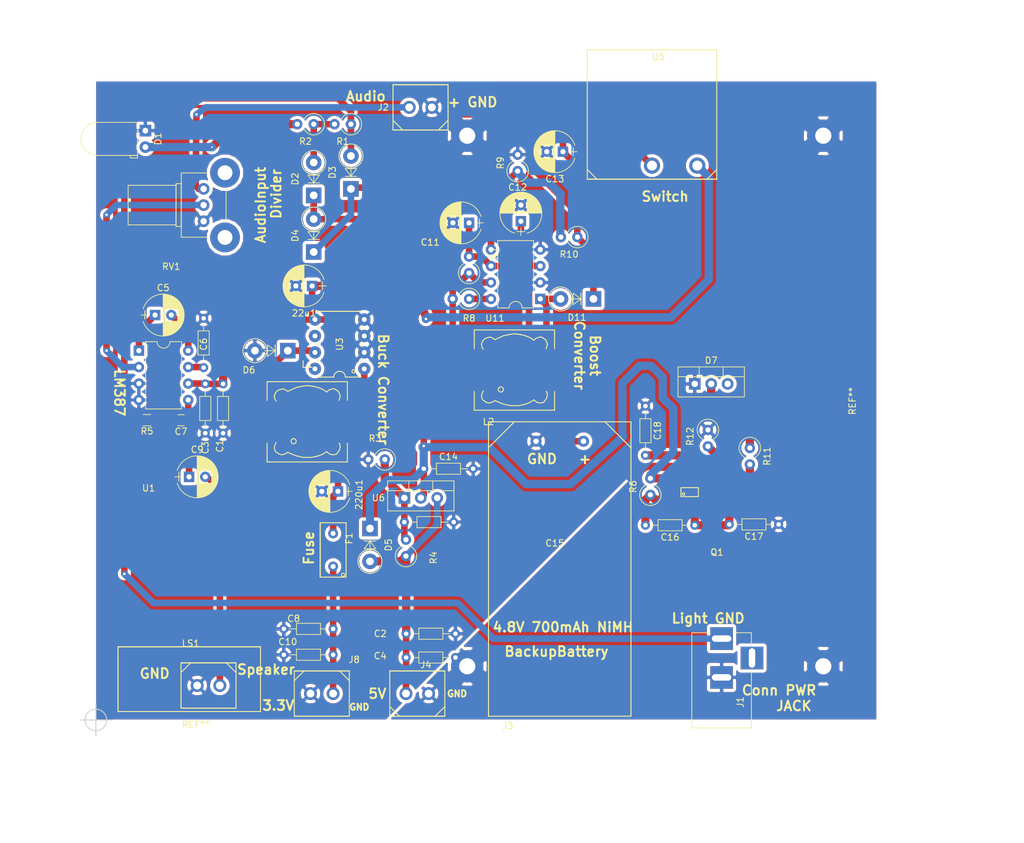
<source format=kicad_pcb>
(kicad_pcb (version 4) (host pcbnew 4.0.6)
  (layers (0 F.Cu signal) (31 B.Cu signal) (34 B.Paste user) (35 F.Paste user) (36 B.SilkS user) (37 F.SilkS user) (38 B.Mask user) (39 F.Mask user) (44 Edge.Cuts user))
  (net 0 "")
  (net 1 GND)
  (net 2 "Net-(220u1-Pad1)")
  (net 3 "Net-(C2-Pad1)")
  (net 4 "Net-(D1-Pad2)")
  (net 5 "Net-(D2-Pad2)")
  (net 6 "Net-(D6-Pad1)")
  (net 7 "Net-(U3-Pad6)")
  (net 8 "Net-(U3-Pad8)")
  (net 9 "Net-(C10-Pad1)")
  (net 10 "Net-(D3-Pad2)")
  (net 11 "Net-(C5-Pad1)")
  (net 12 "Net-(C5-Pad2)")
  (net 13 "Net-(C6-Pad2)")
  (net 14 "Net-(C7-Pad1)")
  (net 15 "Net-(C7-Pad2)")
  (net 16 "Net-(C9-Pad2)")
  (net 17 "Net-(J2-Pad1)")
  (net 18 "Net-(RV1-Pad2)")
  (net 19 "Net-(C11-Pad1)")
  (net 20 "Net-(C12-Pad1)")
  (net 21 "Net-(C13-Pad1)")
  (net 22 "Net-(D11-Pad2)")
  (net 23 "Net-(L2-Pad1)")
  (net 24 "Net-(R8-Pad1)")
  (net 25 "Net-(R10-Pad2)")
  (net 26 "Net-(D7-Pad2)")
  (net 27 "Net-(C15-Pad1)")
  (net 28 "Net-(D3-Pad1)")
  (net 29 +12V)
  (net 30 "Net-(C16-Pad1)")
  (net 31 "Net-(C16-Pad2)")
  (net 32 "Net-(C18-Pad2)")
  (net 33 "Net-(Q1-Pad1)")
  (module SpeakerTemp (layer F.Cu) (at 28.7782 122.7709)
    (fp_text reference REF** (at 12 2) (layer F.SilkS))
    (fp_text value "SpeakerTemp	\rCDM-20008" hide)
  )
  (module Capacitors_THT:CP_Radial_D6.3mm_P2.50mm (layer F.Cu) (at 62.75 88.75 180)
    (fp_text reference 220u1 (at -3.25 -0.5 270) (layer F.SilkS))
    (fp_text value CP)
    (pad 1 thru_hole rect (at 0 0 180) (size 1.6 1.6) (drill 0.8) (layers *.Cu *.Mask) (net 2 "Net-(220u1-Pad1)"))
    (pad 2 thru_hole circle (at 2.5 0 180) (size 1.6 1.6) (drill 0.8) (layers *.Cu *.Mask) (net 1 GND))
  )
  (module Power_Integrations:PDIP-8 (layer F.Cu) (at 63 66 90)
    (fp_text reference U3 (at 0 0 90) (layer F.SilkS))
    (fp_text value LM2574)
    (pad 1 thru_hole circle (at -3.81 3.81 90) (size 1.905 1.905) (drill 0.762) (layers *.Cu *.Mask) (net 2 "Net-(220u1-Pad1)"))
    (pad 2 thru_hole circle (at -1.27 3.81 90) (size 1.905 1.905) (drill 0.762) (layers *.Cu *.Mask) (net 1 GND))
    (pad 3 thru_hole circle (at 1.27 3.81 90) (size 1.905 1.905) (drill 0.762) (layers *.Cu *.Mask) (net 1 GND))
    (pad 4 thru_hole circle (at 3.81 3.81 90) (size 1.905 1.905) (drill 0.762) (layers *.Cu *.Mask) (net 1 GND))
    (pad 5 thru_hole circle (at 3.81 -3.81 90) (size 1.905 1.905) (drill 0.762) (layers *.Cu *.Mask) (net 29 +12V))
    (pad 6 thru_hole circle (at 1.27 -3.81 90) (size 1.905 1.905) (drill 0.762) (layers *.Cu *.Mask) (net 7 "Net-(U3-Pad6)"))
    (pad 7 thru_hole circle (at -1.27 -3.81 90) (size 1.905 1.905) (drill 0.762) (layers *.Cu *.Mask) (net 6 "Net-(D6-Pad1)"))
    (pad 8 thru_hole circle (at -3.81 -3.81 90) (size 1.905 1.905) (drill 0.762) (layers *.Cu *.Mask) (net 8 "Net-(U3-Pad8)"))
  )
  (module LEDs:LED_D5.0mm_Horizontal_O1.27mm_Z3.0mm (layer F.Cu) (at 33 33 270)
    (fp_text reference D1 (at 1.27 -1.96 270) (layer F.SilkS))
    (fp_text value LED)
    (pad 1 thru_hole rect (at 0 0 270) (size 1.8 1.8) (drill 0.9) (layers *.Cu *.Mask) (net 1 GND))
    (pad 2 thru_hole circle (at 2.54 0 270) (size 1.8 1.8) (drill 0.9) (layers *.Cu *.Mask) (net 4 "Net-(D1-Pad2)"))
  )
  (module Resistors_THT:R_Axial_DIN0204_L3.6mm_D1.6mm_P7.62mm_Horizontal (layer F.Cu) (at 45 79.75 90)
    (fp_text reference C1 (at -2 -0.5 90) (layer F.SilkS))
    (fp_text value 1u)
    (pad 1 thru_hole circle (at 0 0 90) (size 1.4 1.4) (drill 0.7) (layers *.Cu *.Mask) (net 1 GND))
    (pad 2 thru_hole oval (at 7.62 0 90) (size 1.4 1.4) (drill 0.7) (layers *.Cu *.Mask) (net 29 +12V))
  )
  (module Resistors_THT:R_Axial_DIN0204_L3.6mm_D1.6mm_P7.62mm_Horizontal (layer F.Cu) (at 73.279 110.744)
    (fp_text reference C2 (at -4 0) (layer F.SilkS))
    (fp_text value 1u)
    (pad 1 thru_hole circle (at 0 0) (size 1.4 1.4) (drill 0.7) (layers *.Cu *.Mask) (net 3 "Net-(C2-Pad1)"))
    (pad 2 thru_hole oval (at 7.62 0) (size 1.4 1.4) (drill 0.7) (layers *.Cu *.Mask) (net 1 GND))
  )
  (module Resistors_THT:R_Axial_DIN0204_L3.6mm_D1.6mm_P7.62mm_Horizontal (layer F.Cu) (at 42.25 79.75 90)
    (fp_text reference C3 (at -2.25 0 270) (layer F.SilkS))
    (fp_text value 0.1u)
    (pad 1 thru_hole circle (at 0 0 90) (size 1.4 1.4) (drill 0.7) (layers *.Cu *.Mask) (net 1 GND))
    (pad 2 thru_hole oval (at 7.62 0 90) (size 1.4 1.4) (drill 0.7) (layers *.Cu *.Mask) (net 29 +12V))
  )
  (module Resistors_THT:R_Axial_DIN0204_L3.6mm_D1.6mm_P7.62mm_Horizontal (layer F.Cu) (at 73.279 114.427)
    (fp_text reference C4 (at -4 -0.25) (layer F.SilkS))
    (fp_text value 0.1u)
    (pad 1 thru_hole circle (at 0 0) (size 1.4 1.4) (drill 0.7) (layers *.Cu *.Mask) (net 3 "Net-(C2-Pad1)"))
    (pad 2 thru_hole oval (at 7.62 0) (size 1.4 1.4) (drill 0.7) (layers *.Cu *.Mask) (net 1 GND))
  )
  (module Resistors_THT:R_Axial_DIN0204_L3.6mm_D1.6mm_P7.62mm_Horizontal (layer F.Cu) (at 62 110 180)
    (fp_text reference C8 (at 6.09 1.59592 180) (layer F.SilkS))
    (fp_text value 1u)
    (pad 1 thru_hole circle (at 0 0 180) (size 1.4 1.4) (drill 0.7) (layers *.Cu *.Mask) (net 9 "Net-(C10-Pad1)"))
    (pad 2 thru_hole oval (at 7.62 0 180) (size 1.4 1.4) (drill 0.7) (layers *.Cu *.Mask) (net 1 GND))
  )
  (module Resistors_THT:R_Axial_DIN0204_L3.6mm_D1.6mm_P7.62mm_Horizontal (layer F.Cu) (at 62 114 180)
    (fp_text reference C10 (at 7 2 180) (layer F.SilkS))
    (fp_text value 0.1u)
    (pad 1 thru_hole circle (at 0 0 180) (size 1.4 1.4) (drill 0.7) (layers *.Cu *.Mask) (net 9 "Net-(C10-Pad1)"))
    (pad 2 thru_hole oval (at 7.62 0 180) (size 1.4 1.4) (drill 0.7) (layers *.Cu *.Mask) (net 1 GND))
  )
  (module Resistors_THT:R_Axial_DIN0309_L9.0mm_D3.2mm_P2.54mm_Vertical (layer F.Cu) (at 64.75 32 180)
    (fp_text reference R1 (at 1.27 -2.66 180) (layer F.SilkS))
    (fp_text value 220)
    (pad 1 thru_hole circle (at 0 0 180) (size 1.6 1.6) (drill 0.8) (layers *.Cu *.Mask) (net 10 "Net-(D3-Pad2)"))
    (pad 2 thru_hole oval (at 2.54 0 180) (size 1.6 1.6) (drill 0.8) (layers *.Cu *.Mask) (net 5 "Net-(D2-Pad2)"))
  )
  (module Resistors_THT:R_Axial_DIN0309_L9.0mm_D3.2mm_P2.54mm_Vertical (layer F.Cu) (at 59 32 180)
    (fp_text reference R2 (at 1.27 -2.66 180) (layer F.SilkS))
    (fp_text value 1k)
    (pad 1 thru_hole circle (at 0 0 180) (size 1.6 1.6) (drill 0.8) (layers *.Cu *.Mask) (net 5 "Net-(D2-Pad2)"))
    (pad 2 thru_hole oval (at 2.54 0 180) (size 1.6 1.6) (drill 0.8) (layers *.Cu *.Mask) (net 4 "Net-(D1-Pad2)"))
  )
  (module Capacitors_THT:CP_Radial_D6.3mm_P2.50mm (layer F.Cu) (at 34.5 61.5)
    (fp_text reference C5 (at 1.25 -4.21) (layer F.SilkS))
    (fp_text value 10u)
    (pad 1 thru_hole rect (at 0 0) (size 1.6 1.6) (drill 0.8) (layers *.Cu *.Mask) (net 11 "Net-(C5-Pad1)"))
    (pad 2 thru_hole circle (at 2.5 0) (size 1.6 1.6) (drill 0.8) (layers *.Cu *.Mask) (net 12 "Net-(C5-Pad2)"))
  )
  (module Resistors_THT:R_Axial_DIN0204_L3.6mm_D1.6mm_P7.62mm_Horizontal (layer F.Cu) (at 42 62 270)
    (fp_text reference C6 (at 4 0 270) (layer F.SilkS))
    (fp_text value 0.1u)
    (pad 1 thru_hole circle (at 0 0 270) (size 1.4 1.4) (drill 0.7) (layers *.Cu *.Mask) (net 1 GND))
    (pad 2 thru_hole oval (at 7.62 0 270) (size 1.4 1.4) (drill 0.7) (layers *.Cu *.Mask) (net 13 "Net-(C6-Pad2)"))
  )
  (module Capacitors_SMD:C_0805_HandSoldering (layer F.Cu) (at 38.5 77.75 180)
    (fp_text reference C7 (at 0 -1.75 180) (layer F.SilkS))
    (fp_text value 0.05u)
    (pad 1 smd rect (at -1.25 0 180) (size 1.5 1.25) (layers F.Cu F.Paste F.Mask) (net 14 "Net-(C7-Pad1)"))
    (pad 2 smd rect (at 1.25 0 180) (size 1.5 1.25) (layers F.Cu F.Paste F.Mask) (net 15 "Net-(C7-Pad2)"))
  )
  (module Capacitors_THT:CP_Radial_D6.3mm_P2.50mm (layer F.Cu) (at 39.75 86.5)
    (fp_text reference C9 (at 1.25 -4.21) (layer F.SilkS))
    (fp_text value 250u)
    (pad 1 thru_hole rect (at 0 0) (size 1.6 1.6) (drill 0.8) (layers *.Cu *.Mask) (net 14 "Net-(C7-Pad1)"))
    (pad 2 thru_hole circle (at 2.5 0) (size 1.6 1.6) (drill 0.8) (layers *.Cu *.Mask) (net 16 "Net-(C9-Pad2)"))
  )
  (module TO_SOT_Packages_THT:TO-220_Vertical (layer F.Cu) (at 117.856 72.136)
    (fp_text reference D7 (at 2.54 -3.62) (layer F.SilkS))
    (fp_text value LED)
    (pad 1 thru_hole rect (at 0 0) (size 1.8 1.8) (drill 1) (layers *.Cu *.Mask) (net 1 GND))
    (pad 2 thru_hole oval (at 2.54 0) (size 1.8 1.8) (drill 1) (layers *.Cu *.Mask) (net 26 "Net-(D7-Pad2)"))
    (pad 3 thru_hole oval (at 5.08 0) (size 1.8 1.8) (drill 1) (layers *.Cu *.Mask))
  )
  (module Potentiometers:Potentiometer_Alps_RK09K_Vertical (layer F.Cu) (at 42 42 180)
    (fp_text reference RV1 (at 5 -12 180) (layer F.SilkS))
    (fp_text value 10k)
    (pad 3 thru_hole circle (at 0 -5 180) (size 1.8 1.8) (drill 1) (layers *.Cu *.Mask) (net 1 GND))
    (pad 2 thru_hole circle (at 0 -2.5 180) (size 1.8 1.8) (drill 1) (layers *.Cu *.Mask) (net 18 "Net-(RV1-Pad2)"))
    (pad 1 thru_hole circle (at 0 0 180) (size 1.8 1.8) (drill 1) (layers *.Cu *.Mask) (net 17 "Net-(J2-Pad1)"))
    (pad 0 thru_hole circle (at -3.3 -7.5 180) (size 4.6 4.6) (drill 2.3) (layers *.Cu *.Mask))
    (pad 0 thru_hole circle (at -3.3 2.5 180) (size 4.6 4.6) (drill 2.3) (layers *.Cu *.Mask))
  )
  (module Housings_DIP:DIP-8_W7.62mm (layer F.Cu) (at 32 67)
    (fp_text reference U1 (at 1.5 21.25) (layer F.SilkS))
    (fp_text value LM386)
    (pad 1 thru_hole rect (at 0 0) (size 1.6 1.6) (drill 0.8) (layers *.Cu *.Mask) (net 11 "Net-(C5-Pad1)"))
    (pad 5 thru_hole oval (at 7.62 7.62) (size 1.6 1.6) (drill 0.8) (layers *.Cu *.Mask) (net 14 "Net-(C7-Pad1)"))
    (pad 2 thru_hole oval (at 0 2.54) (size 1.6 1.6) (drill 0.8) (layers *.Cu *.Mask) (net 18 "Net-(RV1-Pad2)"))
    (pad 6 thru_hole oval (at 7.62 5.08) (size 1.6 1.6) (drill 0.8) (layers *.Cu *.Mask) (net 29 +12V))
    (pad 3 thru_hole oval (at 0 5.08) (size 1.6 1.6) (drill 0.8) (layers *.Cu *.Mask) (net 1 GND))
    (pad 7 thru_hole oval (at 7.62 2.54) (size 1.6 1.6) (drill 0.8) (layers *.Cu *.Mask) (net 13 "Net-(C6-Pad2)"))
    (pad 4 thru_hole oval (at 0 7.62) (size 1.6 1.6) (drill 0.8) (layers *.Cu *.Mask) (net 1 GND))
    (pad 8 thru_hole oval (at 7.62 0) (size 1.6 1.6) (drill 0.8) (layers *.Cu *.Mask) (net 12 "Net-(C5-Pad2)"))
  )
  (module Capacitors_THT:CP_Radial_D6.3mm_P2.50mm (layer F.Cu) (at 58.75 57 180)
    (fp_text reference 22u1 (at 1.25 -4.21 180) (layer F.SilkS))
    (fp_text value CP)
    (pad 1 thru_hole rect (at 0 0 180) (size 1.6 1.6) (drill 0.8) (layers *.Cu *.Mask) (net 29 +12V))
    (pad 2 thru_hole circle (at 2.5 0 180) (size 1.6 1.6) (drill 0.8) (layers *.Cu *.Mask) (net 1 GND))
  )
  (module Connectors:BARREL_JACK (layer F.Cu) (at 122 111.5 90)
    (fp_text reference J1 (at -9.82 2.89 270) (layer F.SilkS))
    (fp_text value 12VWallWartVin)
    (pad 1 thru_hole rect (at 0 0 90) (size 3.5 3.5) (drill oval 1 3) (layers *.Cu *.Mask) (net 10 "Net-(D3-Pad2)"))
    (pad 2 thru_hole rect (at -6 0 90) (size 3.5 3.5) (drill oval 1 3) (layers *.Cu *.Mask) (net 1 GND))
    (pad 3 thru_hole rect (at -3 4.7 90) (size 3.5 3.5) (drill oval 3 1) (layers *.Cu *.Mask))
  )
  (module Capacitors_THT:CP_Radial_D6.3mm_P2.50mm (layer F.Cu) (at 83 47.25 180)
    (fp_text reference C11 (at 6 -3 180) (layer F.SilkS))
    (fp_text value 100uF)
    (pad 1 thru_hole rect (at 0 0 180) (size 1.6 1.6) (drill 0.8) (layers *.Cu *.Mask) (net 19 "Net-(C11-Pad1)"))
    (pad 2 thru_hole circle (at 2.5 0 180) (size 1.6 1.6) (drill 0.8) (layers *.Cu *.Mask) (net 1 GND))
  )
  (module Capacitors_THT:CP_Radial_D6.3mm_P2.50mm (layer F.Cu) (at 91 47 90)
    (fp_text reference C12 (at 5.25 -0.5 180) (layer F.SilkS))
    (fp_text value 1500pF)
    (pad 1 thru_hole rect (at 0 0 90) (size 1.6 1.6) (drill 0.8) (layers *.Cu *.Mask) (net 20 "Net-(C12-Pad1)"))
    (pad 2 thru_hole circle (at 2.5 0 90) (size 1.6 1.6) (drill 0.8) (layers *.Cu *.Mask) (net 1 GND))
  )
  (module Capacitors_THT:CP_Radial_D6.3mm_P2.50mm (layer F.Cu) (at 97.5 36.25 180)
    (fp_text reference C13 (at 1.25 -4.21 180) (layer F.SilkS))
    (fp_text value 330uF)
    (pad 1 thru_hole rect (at 0 0 180) (size 1.6 1.6) (drill 0.8) (layers *.Cu *.Mask) (net 21 "Net-(C13-Pad1)"))
    (pad 2 thru_hole circle (at 2.5 0 180) (size 1.6 1.6) (drill 0.8) (layers *.Cu *.Mask) (net 1 GND))
  )
  (module Diodes_THT:D_DO-15_P5.08mm_Vertical_KathodeUp (layer F.Cu) (at 102.2096 59.0042 180)
    (fp_text reference D11 (at 2.54 -2.86 180) (layer F.SilkS))
    (fp_text value 1N5819)
    (pad 1 thru_hole rect (at 0 0 180) (size 2.4 2.4) (drill 1.2) (layers *.Cu *.Mask) (net 21 "Net-(C13-Pad1)"))
    (pad 2 thru_hole oval (at 5.08 0 180) (size 2.4 2.4) (drill 1.2) (layers *.Cu *.Mask) (net 22 "Net-(D11-Pad2)"))
  )
  (module Choke_SMD:Choke_SMD_12x12mm_h4.5mm (layer F.Cu) (at 90 70)
    (fp_text reference L2 (at -4 8) (layer F.SilkS))
    (fp_text value 160uH)
    (pad 1 smd rect (at -4.95046 0) (size 2.90068 5.40004) (layers F.Cu F.Paste F.Mask) (net 23 "Net-(L2-Pad1)"))
    (pad 2 smd rect (at 4.95046 0) (size 2.90068 5.40004) (layers F.Cu F.Paste F.Mask) (net 22 "Net-(D11-Pad2)"))
  )
  (module Resistors_THT:R_Axial_DIN0309_L9.0mm_D3.2mm_P2.54mm_Vertical (layer F.Cu) (at 83 55 90)
    (fp_text reference R7 (at 3 4 90) (layer F.SilkS))
    (fp_text value 0.22)
    (pad 1 thru_hole circle (at 0 0 90) (size 1.6 1.6) (drill 0.8) (layers *.Cu *.Mask) (net 23 "Net-(L2-Pad1)"))
    (pad 2 thru_hole oval (at 2.54 0 90) (size 1.6 1.6) (drill 0.8) (layers *.Cu *.Mask) (net 19 "Net-(C11-Pad1)"))
  )
  (module Resistors_THT:R_Axial_DIN0309_L9.0mm_D3.2mm_P2.54mm_Vertical (layer F.Cu) (at 83 59 180)
    (fp_text reference R8 (at 0 -3 180) (layer F.SilkS))
    (fp_text value 180)
    (pad 1 thru_hole circle (at 0 0 180) (size 1.6 1.6) (drill 0.8) (layers *.Cu *.Mask) (net 24 "Net-(R8-Pad1)"))
    (pad 2 thru_hole oval (at 2.54 0 180) (size 1.6 1.6) (drill 0.8) (layers *.Cu *.Mask) (net 23 "Net-(L2-Pad1)"))
  )
  (module Resistors_THT:R_Axial_DIN0309_L9.0mm_D3.2mm_P2.54mm_Vertical (layer F.Cu) (at 90.5 39.25 90)
    (fp_text reference R9 (at 1.27 -2.66 90) (layer F.SilkS))
    (fp_text value 1k)
    (pad 1 thru_hole circle (at 0 0 90) (size 1.6 1.6) (drill 0.8) (layers *.Cu *.Mask) (net 25 "Net-(R10-Pad2)"))
    (pad 2 thru_hole oval (at 2.54 0 90) (size 1.6 1.6) (drill 0.8) (layers *.Cu *.Mask) (net 1 GND))
  )
  (module Resistors_THT:R_Axial_DIN0309_L9.0mm_D3.2mm_P2.54mm_Vertical (layer F.Cu) (at 99.7228 49.451 180)
    (fp_text reference R10 (at 1.27 -2.66 180) (layer F.SilkS))
    (fp_text value 10k)
    (pad 1 thru_hole circle (at 0 0 180) (size 1.6 1.6) (drill 0.8) (layers *.Cu *.Mask) (net 21 "Net-(C13-Pad1)"))
    (pad 2 thru_hole oval (at 2.54 0 180) (size 1.6 1.6) (drill 0.8) (layers *.Cu *.Mask) (net 25 "Net-(R10-Pad2)"))
  )
  (module Resistors_THT:R_Axial_DIN0309_L9.0mm_D3.2mm_P2.54mm_Vertical (layer F.Cu) (at 126.365 82.042 270)
    (fp_text reference R11 (at 1.27 -2.66 270) (layer F.SilkS))
    (fp_text value 14)
    (pad 1 thru_hole circle (at 0 0 270) (size 1.6 1.6) (drill 0.8) (layers *.Cu *.Mask) (net 26 "Net-(D7-Pad2)"))
    (pad 2 thru_hole oval (at 2.54 0 270) (size 1.6 1.6) (drill 0.8) (layers *.Cu *.Mask) (net 30 "Net-(C16-Pad1)"))
  )
  (module Resistors_THT:R_Axial_DIN0309_L9.0mm_D3.2mm_P2.54mm_Vertical (layer F.Cu) (at 119.888 79.248 270)
    (fp_text reference R12 (at 1 2.75 270) (layer F.SilkS))
    (fp_text value 10k)
    (pad 1 thru_hole circle (at 0 0 270) (size 1.6 1.6) (drill 0.8) (layers *.Cu *.Mask) (net 1 GND))
    (pad 2 thru_hole oval (at 2.54 0 270) (size 1.6 1.6) (drill 0.8) (layers *.Cu *.Mask) (net 33 "Net-(Q1-Pad1)"))
  )
  (module Housings_DIP:DIP-8_W7.62mm (layer F.Cu) (at 94 59 180)
    (fp_text reference U11 (at 7 -3 180) (layer F.SilkS))
    (fp_text value BoostConv)
    (pad 1 thru_hole rect (at 0 0 180) (size 1.6 1.6) (drill 0.8) (layers *.Cu *.Mask) (net 22 "Net-(D11-Pad2)"))
    (pad 5 thru_hole oval (at 7.62 7.62 180) (size 1.6 1.6) (drill 0.8) (layers *.Cu *.Mask) (net 25 "Net-(R10-Pad2)"))
    (pad 2 thru_hole oval (at 0 2.54 180) (size 1.6 1.6) (drill 0.8) (layers *.Cu *.Mask) (net 1 GND))
    (pad 6 thru_hole oval (at 7.62 5.08 180) (size 1.6 1.6) (drill 0.8) (layers *.Cu *.Mask) (net 19 "Net-(C11-Pad1)"))
    (pad 3 thru_hole oval (at 0 5.08 180) (size 1.6 1.6) (drill 0.8) (layers *.Cu *.Mask) (net 20 "Net-(C12-Pad1)"))
    (pad 7 thru_hole oval (at 7.62 2.54 180) (size 1.6 1.6) (drill 0.8) (layers *.Cu *.Mask) (net 23 "Net-(L2-Pad1)"))
    (pad 4 thru_hole oval (at 0 7.62 180) (size 1.6 1.6) (drill 0.8) (layers *.Cu *.Mask) (net 1 GND))
    (pad 8 thru_hole oval (at 7.62 0 180) (size 1.6 1.6) (drill 0.8) (layers *.Cu *.Mask) (net 24 "Net-(R8-Pad1)"))
  )
  (module Diodes_THT:D_DO-15_P5.08mm_Vertical_KathodeUp (layer F.Cu) (at 59 43 90)
    (fp_text reference D2 (at 2.54 -2.86 90) (layer F.SilkS))
    (fp_text value 11DQ05)
    (pad 1 thru_hole rect (at 0 0 90) (size 2.4 2.4) (drill 1.2) (layers *.Cu *.Mask) (net 21 "Net-(C13-Pad1)"))
    (pad 2 thru_hole oval (at 5.08 0 90) (size 2.4 2.4) (drill 1.2) (layers *.Cu *.Mask) (net 5 "Net-(D2-Pad2)"))
  )
  (module Diodes_THT:D_DO-15_P5.08mm_Vertical_KathodeUp (layer F.Cu) (at 64.75 42 90)
    (fp_text reference D3 (at 2.54 -2.86 90) (layer F.SilkS))
    (fp_text value 11DQ05)
    (pad 1 thru_hole rect (at 0 0 90) (size 2.4 2.4) (drill 1.2) (layers *.Cu *.Mask) (net 28 "Net-(D3-Pad1)"))
    (pad 2 thru_hole oval (at 5.08 0 90) (size 2.4 2.4) (drill 1.2) (layers *.Cu *.Mask) (net 10 "Net-(D3-Pad2)"))
  )
  (module Diodes_THT:D_DO-15_P5.08mm_Vertical_KathodeUp (layer F.Cu) (at 59 51.75 90)
    (fp_text reference D4 (at 2.54 -2.86 90) (layer F.SilkS))
    (fp_text value 11DQ05)
    (pad 1 thru_hole rect (at 0 0 90) (size 2.4 2.4) (drill 1.2) (layers *.Cu *.Mask) (net 28 "Net-(D3-Pad1)"))
    (pad 2 thru_hole oval (at 5.08 0 90) (size 2.4 2.4) (drill 1.2) (layers *.Cu *.Mask) (net 21 "Net-(C13-Pad1)"))
  )
  (module Diodes_THT:D_DO-15_P5.08mm_Vertical_KathodeUp (layer F.Cu) (at 55 67 180)
    (fp_text reference D6 (at 6 -3 180) (layer F.SilkS))
    (fp_text value 11DQ05)
    (pad 1 thru_hole rect (at 0 0 180) (size 2.4 2.4) (drill 1.2) (layers *.Cu *.Mask) (net 6 "Net-(D6-Pad1)"))
    (pad 2 thru_hole oval (at 5.08 0 180) (size 2.4 2.4) (drill 1.2) (layers *.Cu *.Mask) (net 1 GND))
  )
  (module Resistors_THT:R_Axial_DIN0309_L9.0mm_D3.2mm_P2.54mm_Vertical (layer F.Cu) (at 110.998 89.281 90)
    (fp_text reference R6 (at 1.27 -2.66 90) (layer F.SilkS))
    (fp_text value 20k)
    (pad 1 thru_hole circle (at 0 0 90) (size 1.6 1.6) (drill 0.8) (layers *.Cu *.Mask) (net 31 "Net-(C16-Pad2)"))
    (pad 2 thru_hole oval (at 2.54 0 90) (size 1.6 1.6) (drill 0.8) (layers *.Cu *.Mask) (net 29 +12V))
  )
  (module Footprints:BlockTerminal3.5mm (layer F.Cu) (at 73.75 29.4)
    (fp_text reference J2 (at -4 0) (layer F.SilkS))
    (fp_text value AudioInput hide)
    (pad 1 thru_hole circle (at 0 0) (size 2 2) (drill 1.22) (layers *.Cu *.Mask) (net 17 "Net-(J2-Pad1)"))
    (pad 2 thru_hole circle (at 3.5 0) (size 2 2) (drill 1.22) (layers *.Cu *.Mask) (net 1 GND))
  )
  (module Footprints:BlockTerminal3.5mm (layer F.Cu) (at 44.5 118.75 180)
    (fp_text reference LS1 (at 4.5 6.5 180) (layer F.SilkS))
    (fp_text value Speaker hide)
    (pad 1 thru_hole circle (at 0 0 180) (size 2 2) (drill 1.22) (layers *.Cu *.Mask) (net 16 "Net-(C9-Pad2)"))
    (pad 2 thru_hole circle (at 3.5 0 180) (size 2 2) (drill 1.22) (layers *.Cu *.Mask) (net 1 GND))
  )
  (module Footprints:NIMH4.8V (layer F.Cu) (at 108 78 180)
    (fp_text reference J3 (at 19 -47 180) (layer F.SilkS))
    (fp_text value BackUpPower12V)
    (pad 1 thru_hole circle (at 7.33 -3 180) (size 1.724 1.724) (drill 0.862) (layers *.Cu *.Mask) (net 19 "Net-(C11-Pad1)"))
    (pad 2 thru_hole circle (at 14.66 -3 180) (size 1.724 1.724) (drill 0.862) (layers *.Cu *.Mask) (net 1 GND))
  )
  (module Resistors_SMD:R_0805_HandSoldering (layer F.Cu) (at 33.25 77.75 180)
    (fp_text reference R5 (at 0 -1.7 180) (layer F.SilkS))
    (fp_text value 10)
    (pad 1 smd rect (at -1.35 0 180) (size 1.5 1.3) (layers F.Cu F.Paste F.Mask) (net 15 "Net-(C7-Pad2)"))
    (pad 2 smd rect (at 1.35 0 180) (size 1.5 1.3) (layers F.Cu F.Paste F.Mask) (net 1 GND))
  )
  (module Choke_SMD:Choke_SMD_12x12mm_h4.5mm (layer F.Cu) (at 58 78)
    (fp_text reference L1 (at 0 -8.89) (layer F.SilkS))
    (fp_text value 330u)
    (pad 1 smd rect (at -4.95046 0) (size 2.90068 5.40004) (layers F.Cu F.Paste F.Mask) (net 6 "Net-(D6-Pad1)"))
    (pad 2 smd rect (at 4.95046 0) (size 2.90068 5.40004) (layers F.Cu F.Paste F.Mask) (net 2 "Net-(220u1-Pad1)"))
  )
  (module Footprints:FuseTH500mA (layer F.Cu) (at 64 102 90)
    (fp_text reference F1 (at 5.98 0.46 90) (layer F.SilkS))
    (fp_text value 0.5Amp)
    (pad 1 thru_hole circle (at 1.65 -2 90) (size 1.524 1.524) (drill 0.762) (layers *.Cu *.Mask) (net 9 "Net-(C10-Pad1)"))
    (pad 2 thru_hole circle (at 6.75 -2 90) (size 1.524 1.524) (drill 0.762) (layers *.Cu *.Mask) (net 2 "Net-(220u1-Pad1)"))
  )
  (module Footprints:BlockTerminal3.5mm (layer F.Cu) (at 73.25 120)
    (fp_text reference J4 (at 3.08 -4.43) (layer F.SilkS))
    (fp_text value Display5V hide)
    (pad 1 thru_hole circle (at 0 0) (size 2 2) (drill 1.22) (layers *.Cu *.Mask) (net 3 "Net-(C2-Pad1)"))
    (pad 2 thru_hole circle (at 3.5 0) (size 2 2) (drill 1.22) (layers *.Cu *.Mask) (net 1 GND))
  )
  (module Footprints:BlockTerminal3.5mm (layer F.Cu) (at 62 120 180)
    (fp_text reference J8 (at -3.25 5.25 180) (layer F.SilkS))
    (fp_text value Ucontroller3.3 hide)
    (pad 1 thru_hole circle (at 0 0 180) (size 2 2) (drill 1.22) (layers *.Cu *.Mask) (net 9 "Net-(C10-Pad1)"))
    (pad 2 thru_hole circle (at 3.5 0 180) (size 2 2) (drill 1.22) (layers *.Cu *.Mask) (net 1 GND))
  )
  (module Resistors_THT:R_Axial_DIN0204_L3.6mm_D1.6mm_P7.62mm_Horizontal (layer F.Cu) (at 76 85.25)
    (fp_text reference C14 (at 3.81 -1.86) (layer F.SilkS))
    (fp_text value 0.1u)
    (pad 1 thru_hole circle (at 0 0) (size 1.4 1.4) (drill 0.7) (layers *.Cu *.Mask) (net 29 +12V))
    (pad 2 thru_hole oval (at 7.62 0) (size 1.4 1.4) (drill 0.7) (layers *.Cu *.Mask) (net 1 GND))
  )
  (module Resistors_THT:R_Axial_DIN0204_L3.6mm_D1.6mm_P7.62mm_Horizontal (layer F.Cu) (at 73 93.5)
    (fp_text reference C15 (at 23.25 3.25) (layer F.SilkS))
    (fp_text value 10uF)
    (pad 1 thru_hole circle (at 0 0) (size 1.4 1.4) (drill 0.7) (layers *.Cu *.Mask) (net 27 "Net-(C15-Pad1)"))
    (pad 2 thru_hole oval (at 7.62 0) (size 1.4 1.4) (drill 0.7) (layers *.Cu *.Mask) (net 1 GND))
  )
  (module Diodes_THT:D_DO-15_P5.08mm_Vertical_KathodeUp (layer F.Cu) (at 67.691 94.488 270)
    (fp_text reference D5 (at 2.54 -2.86 270) (layer F.SilkS))
    (fp_text value 11DQ05)
    (pad 1 thru_hole rect (at 0 0 270) (size 2.4 2.4) (drill 1.2) (layers *.Cu *.Mask) (net 29 +12V))
    (pad 2 thru_hole oval (at 5.08 0 270) (size 2.4 2.4) (drill 1.2) (layers *.Cu *.Mask) (net 3 "Net-(C2-Pad1)"))
  )
  (module Resistors_THT:R_Axial_DIN0309_L9.0mm_D3.2mm_P2.54mm_Vertical (layer F.Cu) (at 69.977 83.82 180)
    (fp_text reference R3 (at 1.5 3.25 180) (layer F.SilkS))
    (fp_text value 750)
    (pad 1 thru_hole circle (at 0 0 180) (size 1.6 1.6) (drill 0.8) (layers *.Cu *.Mask) (net 27 "Net-(C15-Pad1)"))
    (pad 2 thru_hole oval (at 2.54 0 180) (size 1.6 1.6) (drill 0.8) (layers *.Cu *.Mask) (net 1 GND))
  )
  (module Resistors_THT:R_Axial_DIN0309_L9.0mm_D3.2mm_P2.54mm_Vertical (layer F.Cu) (at 73.25 98.75 90)
    (fp_text reference R4 (at -0.25 4.25 90) (layer F.SilkS))
    (fp_text value 240)
    (pad 1 thru_hole circle (at 0 0 90) (size 1.6 1.6) (drill 0.8) (layers *.Cu *.Mask) (net 3 "Net-(C2-Pad1)"))
    (pad 2 thru_hole oval (at 2.54 0 90) (size 1.6 1.6) (drill 0.8) (layers *.Cu *.Mask) (net 27 "Net-(C15-Pad1)"))
  )
  (module TO_SOT_Packages_THT:TO-220_Vertical (layer F.Cu) (at 73 89.75)
    (fp_text reference U6 (at -4 0) (layer F.SilkS))
    (fp_text value LM317K)
    (pad 1 thru_hole rect (at 0 0) (size 1.8 1.8) (drill 1) (layers *.Cu *.Mask) (net 27 "Net-(C15-Pad1)"))
    (pad 2 thru_hole oval (at 2.54 0) (size 1.8 1.8) (drill 1) (layers *.Cu *.Mask) (net 29 +12V))
    (pad 3 thru_hole oval (at 5.08 0) (size 1.8 1.8) (drill 1) (layers *.Cu *.Mask) (net 3 "Net-(C2-Pad1)"))
  )
  (module Footprints:Switch (layer F.Cu) (at 101.25 40.5)
    (fp_text reference U5 (at 11 -18.9) (layer F.SilkS))
    (fp_text value Switch)
    (pad '1 thru_hole circle (at 17 -2.1) (size 2.5 2.5) (drill 1.55) (layers *.Cu *.Mask) (net 29 +12V))
    (pad 1A thru_hole circle (at 10 -2.1) (size 2.5 2.5) (drill 1.55) (layers *.Cu *.Mask) (net 28 "Net-(D3-Pad1)"))
  )
  (module Footprints:CFAH1604A (layer F.Cu) (at 110.21 74.78 90)
    (fp_text reference REF** (at 0 32 90) (layer F.SilkS))
    (fp_text value CFAH1604A hide)
    (pad 17 thru_hole circle (at -41 -27.5 90) (size 5 5) (drill 2.5) (layers *.Cu *.Mask) (net 1 GND))
    (pad 17 thru_hole circle (at -41 27.5 90) (size 5 5) (drill 2.5) (layers *.Cu *.Mask) (net 1 GND))
    (pad 17 thru_hole circle (at 41 27.5 90) (size 5 5) (drill 2.5) (layers *.Cu *.Mask) (net 1 GND))
    (pad 17 thru_hole circle (at 41 -27.5 90) (size 5 5) (drill 2.5) (layers *.Cu *.Mask) (net 1 GND))
  )
  (module Resistors_THT:R_Axial_DIN0204_L3.6mm_D1.6mm_P7.62mm_Horizontal (layer F.Cu) (at 117.856 93.98 180)
    (fp_text reference C16 (at 3.81 -1.86 180) (layer F.SilkS))
    (fp_text value 1000p)
    (pad 1 thru_hole circle (at 0 0 180) (size 1.4 1.4) (drill 0.7) (layers *.Cu *.Mask) (net 30 "Net-(C16-Pad1)"))
    (pad 2 thru_hole oval (at 7.62 0 180) (size 1.4 1.4) (drill 0.7) (layers *.Cu *.Mask) (net 31 "Net-(C16-Pad2)"))
  )
  (module Resistors_THT:R_Axial_DIN0204_L3.6mm_D1.6mm_P7.62mm_Horizontal (layer F.Cu) (at 130.81 93.853 180)
    (fp_text reference C17 (at 3.81 -1.86 180) (layer F.SilkS))
    (fp_text value 1u)
    (pad 1 thru_hole circle (at 0 0 180) (size 1.4 1.4) (drill 0.7) (layers *.Cu *.Mask) (net 1 GND))
    (pad 2 thru_hole oval (at 7.62 0 180) (size 1.4 1.4) (drill 0.7) (layers *.Cu *.Mask) (net 30 "Net-(C16-Pad1)"))
  )
  (module Resistors_THT:R_Axial_DIN0204_L3.6mm_D1.6mm_P7.62mm_Horizontal (layer F.Cu) (at 110.236 75.565 270)
    (fp_text reference C18 (at 3.81 -1.86 270) (layer F.SilkS))
    (fp_text value 10u)
    (pad 1 thru_hole circle (at 0 0 270) (size 1.4 1.4) (drill 0.7) (layers *.Cu *.Mask) (net 1 GND))
    (pad 2 thru_hole oval (at 7.62 0 270) (size 1.4 1.4) (drill 0.7) (layers *.Cu *.Mask) (net 32 "Net-(C18-Pad2)"))
  )
  (module NewPower:Si3865DDV (layer F.Cu) (at 116.078 90.043)
    (fp_text reference Q1 (at 5.207 8.128) (layer F.SilkS))
    (fp_text value Si3865DDV)
    (pad 6 smd rect (at 0 0) (size 0.508 0.699) (layers F.Cu F.Paste F.Mask) (net 31 "Net-(C16-Pad2)"))
    (pad 2 smd rect (at 1.001 0) (size 0.508 0.699) (layers F.Cu F.Paste F.Mask) (net 30 "Net-(C16-Pad1)"))
    (pad 3 smd rect (at 2.002 0) (size 0.508 0.699) (layers F.Cu F.Paste F.Mask) (net 30 "Net-(C16-Pad1)"))
    (pad 1 smd rect (at 2.002 -2.325) (size 0.508 0.699) (layers F.Cu F.Paste F.Mask) (net 33 "Net-(Q1-Pad1)"))
    (pad 5 smd rect (at 1.001 -2.325) (size 0.508 0.699) (layers F.Cu F.Paste F.Mask) (net 32 "Net-(C18-Pad2)"))
    (pad 4 smd rect (at 0 -2.325) (size 0.508 0.699) (layers F.Cu F.Paste F.Mask) (net 29 +12V))
  )
  (gr_text "GND   +\n" (at 96.9 83.74) (layer F.SilkS) (effects (font (size 1.5 1.5) (thickness 0.3))))
  (gr_text "Fuse\n" (at 58.25 97.5 90) (layer F.SilkS) (effects (font (size 1.5 1.5) (thickness 0.3))))
  (gr_text "Conn PWR\n    JACK" (at 130.88 120.7) (layer F.SilkS) (effects (font (size 1.5 1.5) (thickness 0.3))))
  (gr_text "AudioInput\n   Divider" (at 52 44.5 90) (layer F.SilkS) (effects (font (size 1.5 1.5) (thickness 0.3))))
  (gr_text "Switch\n" (at 113.28 43.18) (layer F.SilkS) (effects (font (size 1.5 1.5) (thickness 0.3))))
  (gr_text "Boost\nConverter\n" (at 101.25 67.75 270) (layer F.SilkS) (effects (font (size 1.5 1.5) (thickness 0.3))))
  (gr_text "4.8V 700mAh NiMH\n" (at 97.5 109.75) (layer F.SilkS) (effects (font (size 1.5 1.5) (thickness 0.3))))
  (gr_text "BackupBattery\n" (at 96.5 113.5) (layer F.SilkS) (effects (font (size 1.5 1.5) (thickness 0.3))))
  (gr_text "LM387\n" (at 29 73.5 270) (layer F.SilkS) (effects (font (size 1.5 1.5) (thickness 0.3))))
  (gr_text "Buck Converter\n" (at 69.75 73 270) (layer F.SilkS) (effects (font (size 1.5 1.5) (thickness 0.3))))
  (gr_text "+ GND\n" (at 83.55 28.6) (layer F.SilkS) (effects (font (size 1.5 1.5) (thickness 0.3))))
  (gr_text "Audio\n" (at 67.05 27.7) (layer F.SilkS) (effects (font (size 1.5 1.5) (thickness 0.3))))
  (gr_text "Light GND\n" (at 119.93 108.37) (layer F.SilkS) (effects (font (size 1.5 1.5) (thickness 0.3))))
  (gr_text "GND\n\n" (at 34.44 118.11) (layer F.SilkS) (effects (font (size 1.5 1.5) (thickness 0.3))))
  (gr_text "Speaker\n" (at 51.63 116.28) (layer F.SilkS) (effects (font (size 1.5 1.5) (thickness 0.3))))
  (gr_text GND (at 81.15 120.02) (layer F.SilkS) (effects (font (size 0.992 0.992) (thickness 0.248))))
  (gr_text 5V (at 68.83 120.02) (layer F.SilkS) (effects (font (size 1.5 1.5) (thickness 0.3))))
  (gr_text "GND\n\n" (at 66.05 122.88) (layer F.SilkS) (effects (font (size 0.992 0.992) (thickness 0.248))))
  (gr_text "3.3V\n\n" (at 53.53 123.05) (layer F.SilkS) (effects (font (size 1.5 1.5) (thickness 0.3))))
  (target plus (at 25.35 124.075) (size 5) (width 0.15) (layer Edge.Cuts))
  (segment (start 62.75 88.75) (end 62.75 78.20046) (width 1.016) (layer F.Cu) (net 2))
  (segment (start 62.75 78.20046) (end 62.95046 78) (width 1.016) (layer F.Cu) (net 2))
  (segment (start 62 95.25) (end 62 89.5) (width 1.016) (layer F.Cu) (net 2))
  (segment (start 62 89.5) (end 62.75 88.75) (width 1.016) (layer F.Cu) (net 2))
  (segment (start 66.81 69.81) (end 66.81 74.14046) (width 1.016) (layer F.Cu) (net 2))
  (segment (start 66.81 74.14046) (end 62.95046 78) (width 1.016) (layer F.Cu) (net 2))
  (segment (start 73.279 110.744) (end 73.279 98.779) (width 1.27) (layer F.Cu) (net 3))
  (segment (start 73.279 98.779) (end 73.25 98.75) (width 1.27) (layer F.Cu) (net 3))
  (segment (start 73.279 110.744) (end 73.279 114.427) (width 1.016) (layer F.Cu) (net 3))
  (segment (start 67.691 99.568) (end 72.432 99.568) (width 1.27) (layer F.Cu) (net 3))
  (segment (start 72.432 99.568) (end 73.25 98.75) (width 1.27) (layer F.Cu) (net 3))
  (segment (start 73.279 114.427) (end 73.25 120) (width 1.016) (layer F.Cu) (net 3))
  (segment (start 78.08 89.75) (end 78.08 93.92) (width 1.016) (layer B.Cu) (net 3))
  (segment (start 78.08 93.92) (end 73.25 98.75) (width 1.016) (layer B.Cu) (net 3))
  (segment (start 72.75 99.25) (end 73.25 98.75) (width 1.016) (layer F.Cu) (net 3))
  (segment (start 56.46 32) (end 46.867 32) (width 1.27) (layer F.Cu) (net 4))
  (segment (start 43.287 35.54) (end 33 35.54) (width 1.27) (layer B.Cu) (net 4))
  (segment (start 43.307 35.56) (end 43.287 35.54) (width 1.27) (layer B.Cu) (net 4))
  (via (at 43.307 35.56) (size 0.5588) (drill 0.254) (layers F.Cu B.Cu) (net 4))
  (segment (start 46.867 32) (end 43.307 35.56) (width 1.27) (layer F.Cu) (net 4))
  (segment (start 62.21 32) (end 59 32) (width 1.016) (layer F.Cu) (net 5))
  (segment (start 59 32) (end 59 37.92) (width 1.016) (layer F.Cu) (net 5))
  (segment (start 53.04954 78) (end 53.04954 68.95046) (width 1.016) (layer F.Cu) (net 6))
  (segment (start 53.04954 68.95046) (end 55 67) (width 1.016) (layer F.Cu) (net 6))
  (segment (start 55 67) (end 58.92 67) (width 1.016) (layer F.Cu) (net 6))
  (segment (start 58.92 67) (end 59.19 67.27) (width 1.016) (layer F.Cu) (net 6))
  (segment (start 62 120) (end 62 114) (width 1.016) (layer F.Cu) (net 9))
  (segment (start 62 114) (end 62 110) (width 1.016) (layer F.Cu) (net 9))
  (segment (start 62 110) (end 62 103.75) (width 1.016) (layer F.Cu) (net 9))
  (segment (start 62 103.75) (end 62 100.35) (width 1.016) (layer F.Cu) (net 9))
  (segment (start 64.75 32) (end 64.75 36.92) (width 1.016) (layer F.Cu) (net 10))
  (segment (start 122 111.5) (end 86.75 111.5) (width 1.016) (layer B.Cu) (net 10))
  (segment (start 64.75 30) (end 64.75 32) (width 1.016) (layer F.Cu) (net 10))
  (segment (start 62.75 28) (end 64.75 30) (width 1.016) (layer F.Cu) (net 10))
  (segment (start 33.75 28) (end 62.75 28) (width 1.016) (layer F.Cu) (net 10))
  (segment (start 29.75 32) (end 33.75 28) (width 1.016) (layer F.Cu) (net 10))
  (segment (start 29.75 101.5) (end 29.75 32) (width 1.016) (layer F.Cu) (net 10))
  (via (at 29.75 101.5) (size 0.6) (drill 0.4) (layers F.Cu B.Cu) (net 10))
  (segment (start 34.25 106) (end 29.75 101.5) (width 1.016) (layer B.Cu) (net 10))
  (segment (start 81.25 106) (end 34.25 106) (width 1.016) (layer B.Cu) (net 10))
  (segment (start 86.75 111.5) (end 81.25 106) (width 1.016) (layer B.Cu) (net 10))
  (segment (start 32 67) (end 32 64) (width 1.016) (layer F.Cu) (net 11))
  (segment (start 32 64) (end 34.5 61.5) (width 1.016) (layer F.Cu) (net 11))
  (segment (start 39.62 67) (end 39.62 64.12) (width 1.016) (layer F.Cu) (net 12))
  (segment (start 39.62 64.12) (end 37 61.5) (width 1.016) (layer F.Cu) (net 12))
  (segment (start 39.62 69.54) (end 41.92 69.54) (width 1.016) (layer F.Cu) (net 13))
  (segment (start 41.92 69.54) (end 42 69.62) (width 1.016) (layer F.Cu) (net 13))
  (segment (start 39.75 77.75) (end 39.75 86.5) (width 1.016) (layer F.Cu) (net 14))
  (segment (start 39.62 74.62) (end 39.62 77.62) (width 1.016) (layer F.Cu) (net 14))
  (segment (start 39.62 77.62) (end 39.75 77.75) (width 1.016) (layer F.Cu) (net 14))
  (segment (start 37.25 77.75) (end 34.6 77.75) (width 1.016) (layer F.Cu) (net 15))
  (segment (start 42.25 86.5) (end 42.5 86.5) (width 1.016) (layer F.Cu) (net 16))
  (segment (start 42.5 86.5) (end 44.5 88.5) (width 1.016) (layer F.Cu) (net 16))
  (segment (start 44.5 88.5) (end 44.5 118.75) (width 1.016) (layer F.Cu) (net 16))
  (segment (start 40.894 30.48) (end 42.35 29.4) (width 1.016) (layer B.Cu) (net 17))
  (segment (start 42 42) (end 41.25 42) (width 1.016) (layer F.Cu) (net 17))
  (segment (start 41.25 42) (end 40.75 41.5) (width 1.016) (layer F.Cu) (net 17))
  (segment (start 40.75 41.5) (end 40.894 30.48) (width 1.016) (layer F.Cu) (net 17))
  (via (at 40.894 30.48) (size 0.6) (drill 0.4) (layers F.Cu B.Cu) (net 17))
  (segment (start 42.35 29.4) (end 73.75 29.4) (width 1.016) (layer B.Cu) (net 17))
  (segment (start 42 44.5) (end 28.5 44.5) (width 1.016) (layer B.Cu) (net 18))
  (segment (start 29.54 69.54) (end 32 69.54) (width 1.016) (layer B.Cu) (net 18))
  (segment (start 27 67) (end 29.54 69.54) (width 1.016) (layer B.Cu) (net 18))
  (via (at 27 67) (size 0.6) (drill 0.4) (layers F.Cu B.Cu) (net 18))
  (segment (start 27 46) (end 27 67) (width 1.016) (layer F.Cu) (net 18))
  (via (at 27 46) (size 0.6) (drill 0.4) (layers F.Cu B.Cu) (net 18))
  (segment (start 28.5 44.5) (end 27 46) (width 1.016) (layer B.Cu) (net 18))
  (segment (start 86.38 53.92) (end 88.67 53.92) (width 1.016) (layer F.Cu) (net 19))
  (segment (start 97.25 81) (end 100.67 81) (width 1.016) (layer F.Cu) (net 19))
  (segment (start 92.25 76) (end 97.25 81) (width 1.016) (layer F.Cu) (net 19))
  (segment (start 92.25 57.5) (end 92.25 76) (width 1.016) (layer F.Cu) (net 19))
  (segment (start 88.67 53.92) (end 92.25 57.5) (width 1.016) (layer F.Cu) (net 19))
  (segment (start 83 52.46) (end 83 47.25) (width 1.016) (layer F.Cu) (net 19))
  (segment (start 83 52.46) (end 84.92 52.46) (width 1.016) (layer F.Cu) (net 19))
  (segment (start 84.92 52.46) (end 86.38 53.92) (width 1.016) (layer F.Cu) (net 19))
  (segment (start 94 53.92) (end 92.92 53.92) (width 1.016) (layer F.Cu) (net 20))
  (segment (start 91 52) (end 91 47) (width 1.016) (layer F.Cu) (net 20))
  (segment (start 92.92 53.92) (end 91 52) (width 1.016) (layer F.Cu) (net 20))
  (segment (start 102.2096 59.0042) (end 102.2096 51.9378) (width 1.016) (layer F.Cu) (net 21))
  (segment (start 102.2096 51.9378) (end 99.7228 49.451) (width 1.016) (layer F.Cu) (net 21))
  (segment (start 99.7228 49.451) (end 99.7228 47.7772) (width 1.016) (layer F.Cu) (net 21))
  (segment (start 99.7228 47.7772) (end 99.7228 38.4728) (width 1.016) (layer F.Cu) (net 21))
  (segment (start 99.7228 38.4728) (end 97.5 36.25) (width 1.016) (layer F.Cu) (net 21))
  (segment (start 99.7204 49.4534) (end 99.7228 49.451) (width 1.016) (layer F.Cu) (net 21))
  (segment (start 97.5 36.25) (end 97.5 34.75) (width 1.016) (layer F.Cu) (net 21))
  (segment (start 76.08 46.67) (end 59 46.67) (width 1.016) (layer F.Cu) (net 21))
  (segment (start 88.75 34) (end 76.08 46.67) (width 1.016) (layer F.Cu) (net 21))
  (segment (start 96.75 34) (end 88.75 34) (width 1.016) (layer F.Cu) (net 21))
  (segment (start 97.5 34.75) (end 96.75 34) (width 1.016) (layer F.Cu) (net 21))
  (segment (start 59 43) (end 59 46.67) (width 1.016) (layer F.Cu) (net 21))
  (segment (start 94 59) (end 97.1254 59) (width 1.016) (layer F.Cu) (net 22))
  (segment (start 97.1254 59) (end 97.1296 59.0042) (width 1.016) (layer F.Cu) (net 22))
  (segment (start 94.95046 70) (end 94.95046 59.95046) (width 1.016) (layer F.Cu) (net 22))
  (segment (start 94.95046 59.95046) (end 94 59) (width 1.016) (layer F.Cu) (net 22))
  (segment (start 80.46 59) (end 80.46 65.41046) (width 1.016) (layer F.Cu) (net 23))
  (segment (start 80.46 65.41046) (end 85.04954 70) (width 1.016) (layer F.Cu) (net 23))
  (segment (start 80.46 59) (end 80.46 57.54) (width 1.016) (layer F.Cu) (net 23))
  (segment (start 80.46 57.54) (end 83 55) (width 1.016) (layer F.Cu) (net 23))
  (segment (start 86.38 56.46) (end 84.46 56.46) (width 1.016) (layer F.Cu) (net 23))
  (segment (start 84.46 56.46) (end 83 55) (width 1.016) (layer F.Cu) (net 23))
  (segment (start 85.04954 70) (end 85.04954 68.04954) (width 1.27) (layer F.Cu) (net 23))
  (segment (start 85.04954 70) (end 84 70) (width 1.016) (layer F.Cu) (net 23))
  (segment (start 85.04954 70) (end 85.04954 67.58954) (width 1.016) (layer F.Cu) (net 23))
  (segment (start 86.38 59) (end 83 59) (width 1.016) (layer F.Cu) (net 24))
  (segment (start 97.0915 42.7355) (end 97.0915 49.3597) (width 1.27) (layer B.Cu) (net 25))
  (segment (start 97.0915 49.3597) (end 97.1828 49.451) (width 1.27) (layer B.Cu) (net 25))
  (segment (start 90.5 39.25) (end 90.5 39.446) (width 1.27) (layer B.Cu) (net 25))
  (segment (start 90.5 39.446) (end 92.075 41.021) (width 1.27) (layer B.Cu) (net 25))
  (segment (start 95.377 41.021) (end 97.0915 42.7355) (width 1.27) (layer B.Cu) (net 25))
  (segment (start 97.0915 42.7355) (end 97.1828 42.8268) (width 1.27) (layer B.Cu) (net 25))
  (segment (start 92.075 41.021) (end 95.377 41.021) (width 1.27) (layer B.Cu) (net 25))
  (segment (start 86.38 51.38) (end 86.38 43.37) (width 1.016) (layer F.Cu) (net 25))
  (segment (start 86.38 43.37) (end 90.5 39.25) (width 1.016) (layer F.Cu) (net 25))
  (segment (start 126.365 82.042) (end 126.365 78.105) (width 1.27) (layer F.Cu) (net 26))
  (segment (start 120.396 74.803) (end 120.396 72.136) (width 1.27) (layer F.Cu) (net 26))
  (segment (start 121.666 76.073) (end 120.396 74.803) (width 1.27) (layer F.Cu) (net 26))
  (segment (start 124.333 76.073) (end 121.666 76.073) (width 1.27) (layer F.Cu) (net 26))
  (segment (start 126.365 78.105) (end 124.333 76.073) (width 1.27) (layer F.Cu) (net 26))
  (segment (start 69.977 83.82) (end 69.977 86.727) (width 1.27) (layer F.Cu) (net 27))
  (segment (start 69.977 86.727) (end 73 89.75) (width 1.27) (layer F.Cu) (net 27))
  (segment (start 73 89.75) (end 73 90.17) (width 1.016) (layer F.Cu) (net 27))
  (segment (start 73 93.5) (end 73 95.96) (width 1.016) (layer F.Cu) (net 27))
  (segment (start 73 95.96) (end 73.25 96.21) (width 1.016) (layer F.Cu) (net 27))
  (segment (start 73 89.75) (end 73 93.5) (width 1.016) (layer F.Cu) (net 27))
  (segment (start 64.75 42) (end 64.95 41.8) (width 1.016) (layer F.Cu) (net 28))
  (segment (start 64.95 41.8) (end 68.53 41.8) (width 1.016) (layer F.Cu) (net 28))
  (segment (start 111.25 38.4) (end 103.33 30.48) (width 1.016) (layer F.Cu) (net 28))
  (segment (start 79.85 30.48) (end 68.53 41.8) (width 1.016) (layer F.Cu) (net 28))
  (segment (start 68.53 41.8) (end 68.34 41.99) (width 1.016) (layer F.Cu) (net 28))
  (segment (start 103.33 30.48) (end 79.85 30.48) (width 1.016) (layer F.Cu) (net 28))
  (segment (start 111.25 38.4) (end 111.25 38.16) (width 1.016) (layer F.Cu) (net 28))
  (segment (start 64.75 42) (end 64.75 46) (width 1.016) (layer B.Cu) (net 28))
  (segment (start 64.75 46) (end 59 51.75) (width 1.016) (layer B.Cu) (net 28))
  (segment (start 59.25 52) (end 59 51.75) (width 1.016) (layer F.Cu) (net 28))
  (segment (start 118.25 38.4) (end 120.015 40.165) (width 1.27) (layer B.Cu) (net 29))
  (segment (start 114.173 61.849) (end 120.015 56.007) (width 1.27) (layer B.Cu) (net 29))
  (segment (start 120.015 56.007) (end 120.015 40.165) (width 1.27) (layer B.Cu) (net 29))
  (segment (start 114.173 61.849) (end 103.886 61.849) (width 1.27) (layer B.Cu) (net 29))
  (segment (start 114.554 82.677) (end 114.554 75.946) (width 1.27) (layer B.Cu) (net 29))
  (segment (start 110.998 86.233) (end 114.554 82.677) (width 1.27) (layer B.Cu) (net 29))
  (segment (start 106.68 72.009) (end 106.68 80.379094) (width 1.27) (layer B.Cu) (net 29))
  (segment (start 109.347 69.342) (end 106.68 72.009) (width 1.27) (layer B.Cu) (net 29))
  (segment (start 111.125 69.342) (end 109.347 69.342) (width 1.27) (layer B.Cu) (net 29))
  (segment (start 112.903 71.12) (end 111.125 69.342) (width 1.27) (layer B.Cu) (net 29))
  (segment (start 112.903 74.295) (end 112.903 71.12) (width 1.27) (layer B.Cu) (net 29))
  (segment (start 114.554 75.946) (end 112.903 74.295) (width 1.27) (layer B.Cu) (net 29))
  (segment (start 67.691 94.488) (end 67.691 89.662) (width 1.27) (layer B.Cu) (net 29))
  (segment (start 74.255 86.995) (end 76 85.25) (width 1.27) (layer B.Cu) (net 29))
  (segment (start 70.358 86.995) (end 74.255 86.995) (width 1.27) (layer B.Cu) (net 29))
  (segment (start 67.691 89.662) (end 70.358 86.995) (width 1.27) (layer B.Cu) (net 29))
  (segment (start 47.54 58) (end 47.41 58) (width 1.27) (layer F.Cu) (net 29))
  (segment (start 51.73 62.19) (end 47.54 58) (width 1.016) (layer F.Cu) (net 29))
  (segment (start 59.19 62.19) (end 51.73 62.19) (width 1.016) (layer F.Cu) (net 29))
  (segment (start 45 60.41) (end 45 72.13) (width 1.27) (layer F.Cu) (net 29))
  (segment (start 47.41 58) (end 45 60.41) (width 1.27) (layer F.Cu) (net 29))
  (segment (start 110.998 86.741) (end 110.998 86.233) (width 1.27) (layer B.Cu) (net 29))
  (segment (start 86.106 81.915) (end 75.819 81.915) (width 1.27) (layer B.Cu) (net 29))
  (segment (start 106.68 80.379094) (end 98.679 87.63) (width 1.27) (layer B.Cu) (net 29))
  (segment (start 98.679 87.63) (end 91.821 87.63) (width 1.27) (layer B.Cu) (net 29))
  (segment (start 91.821 87.63) (end 86.106 81.915) (width 1.27) (layer B.Cu) (net 29))
  (segment (start 106.807 80.264) (end 106.68 80.379094) (width 1.27) (layer B.Cu) (net 29))
  (segment (start 75.819 81.915) (end 76 81.915) (width 1.27) (layer F.Cu) (net 29))
  (segment (start 76 81.915) (end 75.819 81.915) (width 1.27) (layer F.Cu) (net 29))
  (segment (start 75.819 81.915) (end 76 81.734) (width 1.27) (layer F.Cu) (net 29))
  (via (at 76 81.734) (size 0.6) (drill 0.4) (layers F.Cu B.Cu) (net 29))
  (segment (start 76 81.734) (end 76 85.25) (width 1.27) (layer B.Cu) (net 29))
  (via (at 76 85.25) (size 0.6) (drill 0.4) (layers F.Cu B.Cu) (net 29))
  (segment (start 116.039 87.757) (end 114.3 86.36) (width 0.762) (layer F.Cu) (net 29))
  (segment (start 113.919 86.741) (end 114.3 86.36) (width 1.27) (layer F.Cu) (net 29))
  (segment (start 113.919 86.741) (end 110.998 86.741) (width 1.27) (layer F.Cu) (net 29))
  (segment (start 116.039 87.757) (end 116.078 87.718) (width 0.762) (layer F.Cu) (net 29))
  (segment (start 58.75 57) (end 74.399 57) (width 1.27) (layer F.Cu) (net 29))
  (segment (start 76.581 61.849) (end 103.886 61.849) (width 1.27) (layer B.Cu) (net 29))
  (segment (start 103.886 61.849) (end 104.14 61.849) (width 1.27) (layer B.Cu) (net 29))
  (segment (start 76.327 62.103) (end 76.581 61.849) (width 1.27) (layer B.Cu) (net 29))
  (via (at 76.327 62.103) (size 0.6) (drill 0.4) (layers F.Cu B.Cu) (net 29))
  (segment (start 76.327 61.717998) (end 76.327 62.103) (width 1.27) (layer F.Cu) (net 29))
  (segment (start 74.399 57) (end 76.327 61.717998) (width 1.27) (layer F.Cu) (net 29))
  (segment (start 59.19 62.19) (end 61.56 62.19) (width 1.016) (layer F.Cu) (net 29))
  (segment (start 76 67.75) (end 76 85.25) (width 1.016) (layer F.Cu) (net 29))
  (segment (start 68.25 60) (end 76 67.75) (width 1.016) (layer F.Cu) (net 29))
  (segment (start 63.75 60) (end 68.25 60) (width 1.016) (layer F.Cu) (net 29))
  (segment (start 61.56 62.19) (end 63.75 60) (width 1.016) (layer F.Cu) (net 29))
  (segment (start 58.75 57) (end 58.75 61.75) (width 1.016) (layer F.Cu) (net 29))
  (segment (start 58.75 61.75) (end 59.19 62.19) (width 1.016) (layer F.Cu) (net 29))
  (segment (start 76 85.25) (end 76 89.29) (width 1.016) (layer F.Cu) (net 29))
  (segment (start 76 89.29) (end 75.54 89.75) (width 1.016) (layer F.Cu) (net 29))
  (segment (start 59 62) (end 59.19 62.19) (width 1.016) (layer F.Cu) (net 29))
  (segment (start 45 72.13) (end 42.25 72.13) (width 1.016) (layer F.Cu) (net 29))
  (segment (start 42.25 72.13) (end 42.2 72.08) (width 1.016) (layer F.Cu) (net 29))
  (segment (start 42.2 72.08) (end 39.62 72.08) (width 1.016) (layer F.Cu) (net 29))
  (segment (start 39.67 72.13) (end 39.62 72.08) (width 1.016) (layer F.Cu) (net 29))
  (segment (start 126.365 84.582) (end 126.365 87.63) (width 1.27) (layer F.Cu) (net 30))
  (segment (start 123.19 90.805) (end 123.19 93.853) (width 1.27) (layer F.Cu) (net 30))
  (segment (start 126.365 87.63) (end 123.19 90.805) (width 1.27) (layer F.Cu) (net 30))
  (segment (start 117.856 93.98) (end 123.063 93.98) (width 1.27) (layer F.Cu) (net 30))
  (segment (start 123.063 93.98) (end 123.19 93.853) (width 1.27) (layer F.Cu) (net 30))
  (segment (start 117.856 93.98) (end 117.856 91.761) (width 1.27) (layer F.Cu) (net 30))
  (segment (start 117.856 91.761) (end 118.08 91.537) (width 1.27) (layer F.Cu) (net 30))
  (segment (start 118.08 90.043) (end 118.08 91.537) (width 0.508) (layer F.Cu) (net 30))
  (segment (start 118.08 91.537) (end 118.11 91.567) (width 0.508) (layer F.Cu) (net 30))
  (segment (start 117.079 90.043) (end 118.08 90.043) (width 0.762) (layer F.Cu) (net 30))
  (segment (start 114.935 90.043) (end 111.76 90.043) (width 1.27) (layer F.Cu) (net 31))
  (segment (start 111.76 90.043) (end 110.998 89.281) (width 1.27) (layer F.Cu) (net 31))
  (segment (start 116.078 90.043) (end 114.935 90.043) (width 0.508) (layer F.Cu) (net 31))
  (segment (start 110.236 93.98) (end 110.236 90.043) (width 1.27) (layer F.Cu) (net 31))
  (segment (start 110.236 90.043) (end 110.998 89.281) (width 1.27) (layer F.Cu) (net 31))
  (segment (start 117.079 87.718) (end 117.079 84.851) (width 0.508) (layer F.Cu) (net 32))
  (via (at 110.236 83.185) (size 0.6) (drill 0.4) (layers F.Cu B.Cu) (net 32))
  (segment (start 110.236 83.185) (end 115.413 83.185) (width 1.27) (layer F.Cu) (net 32))
  (segment (start 115.413 83.185) (end 117.079 84.851) (width 1.27) (layer F.Cu) (net 32))
  (segment (start 117.079 84.851) (end 117.094 84.836) (width 0.762) (layer F.Cu) (net 32))
  (segment (start 119.214 87.718) (end 119.8 87.718) (width 1.27) (layer F.Cu) (net 33))
  (segment (start 121.666 83.566) (end 119.888 81.788) (width 1.27) (layer F.Cu) (net 33))
  (segment (start 121.666 85.852) (end 121.666 83.566) (width 1.27) (layer F.Cu) (net 33))
  (segment (start 119.8 87.718) (end 121.666 85.852) (width 1.27) (layer F.Cu) (net 33))
  (segment (start 118.08 87.718) (end 119.214 87.718) (width 0.508) (layer F.Cu) (net 33))
  (segment (start 119.214 87.718) (end 119.253 87.757) (width 0.508) (layer F.Cu) (net 33))
  (zone (net 1) (net_name GND) (layer F.Cu) (connect_pads (clearance 0.508)) (min_thickness 0.254) (fill yes (arc_segments 16) (thermal_gap 0.508) (thermal_bridge_width 0.508))
    (polygon (pts (xy 25.40508 25.4127) (xy 25.40508 123.9901) (xy 145.89252 123.9901) (xy 145.89252 25.4) (xy 25.40508 25.4) (xy 25.40508 25.40254)))
  )
  (zone (net 1) (net_name GND) (layer B.Cu) (connect_pads (clearance 0.508)) (min_thickness 0.254) (fill yes (arc_segments 16) (thermal_gap 0.508) (thermal_bridge_width 0.508))
    (polygon (pts (xy 25.40508 25.4127) (xy 25.40508 123.9901) (xy 145.89252 123.9901) (xy 145.89252 25.4) (xy 25.40508 25.4) (xy 25.40508 25.40254)))
  )
)
</source>
